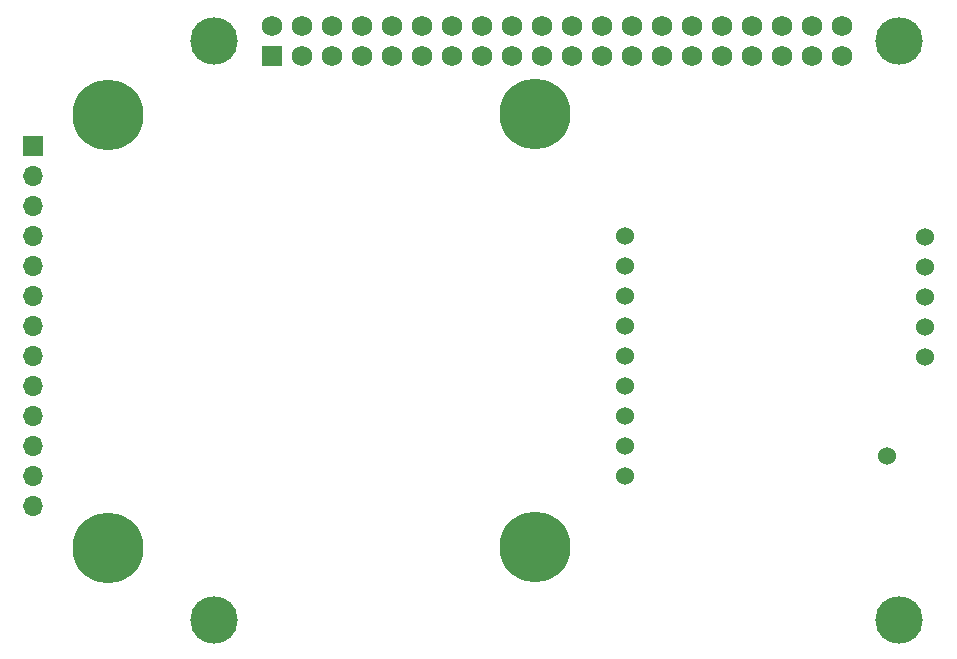
<source format=gbr>
%TF.GenerationSoftware,KiCad,Pcbnew,8.0.5*%
%TF.CreationDate,2024-12-07T17:39:48-08:00*%
%TF.ProjectId,Groundstation_433_Hat,47726f75-6e64-4737-9461-74696f6e5f34,1.2*%
%TF.SameCoordinates,Original*%
%TF.FileFunction,Soldermask,Bot*%
%TF.FilePolarity,Negative*%
%FSLAX46Y46*%
G04 Gerber Fmt 4.6, Leading zero omitted, Abs format (unit mm)*
G04 Created by KiCad (PCBNEW 8.0.5) date 2024-12-07 17:39:48*
%MOMM*%
%LPD*%
G01*
G04 APERTURE LIST*
G04 Aperture macros list*
%AMRoundRect*
0 Rectangle with rounded corners*
0 $1 Rounding radius*
0 $2 $3 $4 $5 $6 $7 $8 $9 X,Y pos of 4 corners*
0 Add a 4 corners polygon primitive as box body*
4,1,4,$2,$3,$4,$5,$6,$7,$8,$9,$2,$3,0*
0 Add four circle primitives for the rounded corners*
1,1,$1+$1,$2,$3*
1,1,$1+$1,$4,$5*
1,1,$1+$1,$6,$7*
1,1,$1+$1,$8,$9*
0 Add four rect primitives between the rounded corners*
20,1,$1+$1,$2,$3,$4,$5,0*
20,1,$1+$1,$4,$5,$6,$7,0*
20,1,$1+$1,$6,$7,$8,$9,0*
20,1,$1+$1,$8,$9,$2,$3,0*%
G04 Aperture macros list end*
%ADD10RoundRect,0.102000X-0.762000X-0.762000X0.762000X-0.762000X0.762000X0.762000X-0.762000X0.762000X0*%
%ADD11C,1.728000*%
%ADD12C,4.016400*%
%ADD13C,6.000000*%
%ADD14C,1.524000*%
%ADD15R,1.700000X1.700000*%
%ADD16O,1.700000X1.700000*%
G04 APERTURE END LIST*
D10*
X138370000Y-64770000D03*
D11*
X138370000Y-62230000D03*
X140910000Y-64770000D03*
X140910000Y-62230000D03*
X143450000Y-64770000D03*
X143450000Y-62230000D03*
X145990000Y-64770000D03*
X145990000Y-62230000D03*
X148530000Y-64770000D03*
X148530000Y-62230000D03*
X151070000Y-64770000D03*
X151070000Y-62230000D03*
X153610000Y-64770000D03*
X153610000Y-62230000D03*
X156150000Y-64770000D03*
X156150000Y-62230000D03*
X158690000Y-64770000D03*
X158690000Y-62230000D03*
X161230000Y-64770000D03*
X161230000Y-62230000D03*
X163770000Y-64770000D03*
X163770000Y-62230000D03*
X166310000Y-64770000D03*
X166310000Y-62230000D03*
X168850000Y-64770000D03*
X168850000Y-62230000D03*
X171390000Y-64770000D03*
X171390000Y-62230000D03*
X173930000Y-64770000D03*
X173930000Y-62230000D03*
X176470000Y-64770000D03*
X176470000Y-62230000D03*
X179010000Y-64770000D03*
X179010000Y-62230000D03*
X181550000Y-64770000D03*
X181550000Y-62230000D03*
X184090000Y-64770000D03*
X184090000Y-62230000D03*
X186630000Y-64770000D03*
X186630000Y-62230000D03*
D12*
X133500000Y-63500000D03*
X191500000Y-63500000D03*
X191500000Y-112500000D03*
X133500000Y-112500000D03*
D13*
X124518408Y-106445774D03*
X160618408Y-106345774D03*
X124518408Y-69795774D03*
X160618408Y-69695774D03*
D14*
X168307575Y-80064234D03*
X168307575Y-82604234D03*
X168307575Y-85144234D03*
X168307575Y-87684234D03*
X168307575Y-90224234D03*
X168307575Y-92764234D03*
X168307575Y-95304234D03*
X168307575Y-97844234D03*
X168307575Y-100384234D03*
X193694899Y-80116567D03*
X193694899Y-82656567D03*
X193694899Y-85196567D03*
X193694899Y-87736567D03*
X193694899Y-90276567D03*
X190418299Y-98607767D03*
D15*
X118130908Y-72440000D03*
D16*
X118130908Y-74980000D03*
X118130908Y-77520000D03*
X118130908Y-80060000D03*
X118130908Y-82600000D03*
X118130908Y-85140000D03*
X118130908Y-87680000D03*
X118130908Y-90220000D03*
X118130908Y-92760000D03*
X118130908Y-95300000D03*
X118130908Y-97840000D03*
X118130908Y-100380000D03*
X118130908Y-102920000D03*
M02*

</source>
